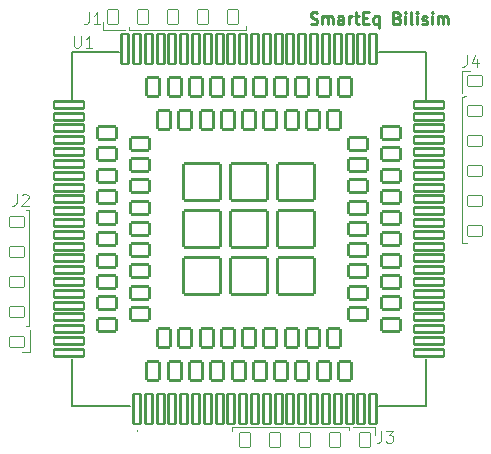
<source format=gto>
%TF.GenerationSoftware,KiCad,Pcbnew,7.99.0-2677-g3cd60007c5*%
%TF.CreationDate,2023-11-18T11:29:50+03:00*%
%TF.ProjectId,Movita Pro V2_1,4d6f7669-7461-4205-9072-6f2056325f31,rev?*%
%TF.SameCoordinates,Original*%
%TF.FileFunction,Legend,Top*%
%TF.FilePolarity,Positive*%
%FSLAX46Y46*%
G04 Gerber Fmt 4.6, Leading zero omitted, Abs format (unit mm)*
G04 Created by KiCad (PCBNEW 7.99.0-2677-g3cd60007c5) date 2023-11-18 11:29:50*
%MOMM*%
%LPD*%
G01*
G04 APERTURE LIST*
G04 Aperture macros list*
%AMRoundRect*
0 Rectangle with rounded corners*
0 $1 Rounding radius*
0 $2 $3 $4 $5 $6 $7 $8 $9 X,Y pos of 4 corners*
0 Add a 4 corners polygon primitive as box body*
4,1,4,$2,$3,$4,$5,$6,$7,$8,$9,$2,$3,0*
0 Add four circle primitives for the rounded corners*
1,1,$1+$1,$2,$3*
1,1,$1+$1,$4,$5*
1,1,$1+$1,$6,$7*
1,1,$1+$1,$8,$9*
0 Add four rect primitives between the rounded corners*
20,1,$1+$1,$2,$3,$4,$5,0*
20,1,$1+$1,$4,$5,$6,$7,0*
20,1,$1+$1,$6,$7,$8,$9,0*
20,1,$1+$1,$8,$9,$2,$3,0*%
G04 Aperture macros list end*
%ADD10C,0.250000*%
%ADD11C,0.100000*%
%ADD12C,0.200000*%
%ADD13C,0.120000*%
%ADD14RoundRect,0.101600X-0.300000X-1.250000X0.300000X-1.250000X0.300000X1.250000X-0.300000X1.250000X0*%
%ADD15RoundRect,0.101600X1.250000X-0.300000X1.250000X0.300000X-1.250000X0.300000X-1.250000X-0.300000X0*%
%ADD16RoundRect,0.101600X-0.550000X-0.800000X0.550000X-0.800000X0.550000X0.800000X-0.550000X0.800000X0*%
%ADD17RoundRect,0.101600X0.800000X-0.550000X0.800000X0.550000X-0.800000X0.550000X-0.800000X-0.550000X0*%
%ADD18RoundRect,0.101600X-1.550000X-1.550000X1.550000X-1.550000X1.550000X1.550000X-1.550000X1.550000X0*%
%ADD19RoundRect,0.040000X0.625000X0.425000X-0.625000X0.425000X-0.625000X-0.425000X0.625000X-0.425000X0*%
%ADD20RoundRect,0.040000X-0.425000X0.625000X-0.425000X-0.625000X0.425000X-0.625000X0.425000X0.625000X0*%
%ADD21RoundRect,0.040000X-0.625000X-0.425000X0.625000X-0.425000X0.625000X0.425000X-0.625000X0.425000X0*%
%ADD22RoundRect,0.040000X0.425000X-0.625000X0.425000X0.625000X-0.425000X0.625000X-0.425000X-0.625000X0*%
G04 APERTURE END LIST*
D10*
X154005049Y-87643370D02*
X154147906Y-87690989D01*
X154147906Y-87690989D02*
X154386001Y-87690989D01*
X154386001Y-87690989D02*
X154481239Y-87643370D01*
X154481239Y-87643370D02*
X154528858Y-87595750D01*
X154528858Y-87595750D02*
X154576477Y-87500512D01*
X154576477Y-87500512D02*
X154576477Y-87405274D01*
X154576477Y-87405274D02*
X154528858Y-87310036D01*
X154528858Y-87310036D02*
X154481239Y-87262417D01*
X154481239Y-87262417D02*
X154386001Y-87214798D01*
X154386001Y-87214798D02*
X154195525Y-87167179D01*
X154195525Y-87167179D02*
X154100287Y-87119560D01*
X154100287Y-87119560D02*
X154052668Y-87071941D01*
X154052668Y-87071941D02*
X154005049Y-86976703D01*
X154005049Y-86976703D02*
X154005049Y-86881465D01*
X154005049Y-86881465D02*
X154052668Y-86786227D01*
X154052668Y-86786227D02*
X154100287Y-86738608D01*
X154100287Y-86738608D02*
X154195525Y-86690989D01*
X154195525Y-86690989D02*
X154433620Y-86690989D01*
X154433620Y-86690989D02*
X154576477Y-86738608D01*
X155005049Y-87690989D02*
X155005049Y-87024322D01*
X155005049Y-87119560D02*
X155052668Y-87071941D01*
X155052668Y-87071941D02*
X155147906Y-87024322D01*
X155147906Y-87024322D02*
X155290763Y-87024322D01*
X155290763Y-87024322D02*
X155386001Y-87071941D01*
X155386001Y-87071941D02*
X155433620Y-87167179D01*
X155433620Y-87167179D02*
X155433620Y-87690989D01*
X155433620Y-87167179D02*
X155481239Y-87071941D01*
X155481239Y-87071941D02*
X155576477Y-87024322D01*
X155576477Y-87024322D02*
X155719334Y-87024322D01*
X155719334Y-87024322D02*
X155814573Y-87071941D01*
X155814573Y-87071941D02*
X155862192Y-87167179D01*
X155862192Y-87167179D02*
X155862192Y-87690989D01*
X156766953Y-87690989D02*
X156766953Y-87167179D01*
X156766953Y-87167179D02*
X156719334Y-87071941D01*
X156719334Y-87071941D02*
X156624096Y-87024322D01*
X156624096Y-87024322D02*
X156433620Y-87024322D01*
X156433620Y-87024322D02*
X156338382Y-87071941D01*
X156766953Y-87643370D02*
X156671715Y-87690989D01*
X156671715Y-87690989D02*
X156433620Y-87690989D01*
X156433620Y-87690989D02*
X156338382Y-87643370D01*
X156338382Y-87643370D02*
X156290763Y-87548131D01*
X156290763Y-87548131D02*
X156290763Y-87452893D01*
X156290763Y-87452893D02*
X156338382Y-87357655D01*
X156338382Y-87357655D02*
X156433620Y-87310036D01*
X156433620Y-87310036D02*
X156671715Y-87310036D01*
X156671715Y-87310036D02*
X156766953Y-87262417D01*
X157243144Y-87690989D02*
X157243144Y-87024322D01*
X157243144Y-87214798D02*
X157290763Y-87119560D01*
X157290763Y-87119560D02*
X157338382Y-87071941D01*
X157338382Y-87071941D02*
X157433620Y-87024322D01*
X157433620Y-87024322D02*
X157528858Y-87024322D01*
X157719335Y-87024322D02*
X158100287Y-87024322D01*
X157862192Y-86690989D02*
X157862192Y-87548131D01*
X157862192Y-87548131D02*
X157909811Y-87643370D01*
X157909811Y-87643370D02*
X158005049Y-87690989D01*
X158005049Y-87690989D02*
X158100287Y-87690989D01*
X158433621Y-87167179D02*
X158766954Y-87167179D01*
X158909811Y-87690989D02*
X158433621Y-87690989D01*
X158433621Y-87690989D02*
X158433621Y-86690989D01*
X158433621Y-86690989D02*
X158909811Y-86690989D01*
X159766954Y-87024322D02*
X159766954Y-88024322D01*
X159766954Y-87643370D02*
X159671716Y-87690989D01*
X159671716Y-87690989D02*
X159481240Y-87690989D01*
X159481240Y-87690989D02*
X159386002Y-87643370D01*
X159386002Y-87643370D02*
X159338383Y-87595750D01*
X159338383Y-87595750D02*
X159290764Y-87500512D01*
X159290764Y-87500512D02*
X159290764Y-87214798D01*
X159290764Y-87214798D02*
X159338383Y-87119560D01*
X159338383Y-87119560D02*
X159386002Y-87071941D01*
X159386002Y-87071941D02*
X159481240Y-87024322D01*
X159481240Y-87024322D02*
X159671716Y-87024322D01*
X159671716Y-87024322D02*
X159766954Y-87071941D01*
X161338383Y-87167179D02*
X161481240Y-87214798D01*
X161481240Y-87214798D02*
X161528859Y-87262417D01*
X161528859Y-87262417D02*
X161576478Y-87357655D01*
X161576478Y-87357655D02*
X161576478Y-87500512D01*
X161576478Y-87500512D02*
X161528859Y-87595750D01*
X161528859Y-87595750D02*
X161481240Y-87643370D01*
X161481240Y-87643370D02*
X161386002Y-87690989D01*
X161386002Y-87690989D02*
X161005050Y-87690989D01*
X161005050Y-87690989D02*
X161005050Y-86690989D01*
X161005050Y-86690989D02*
X161338383Y-86690989D01*
X161338383Y-86690989D02*
X161433621Y-86738608D01*
X161433621Y-86738608D02*
X161481240Y-86786227D01*
X161481240Y-86786227D02*
X161528859Y-86881465D01*
X161528859Y-86881465D02*
X161528859Y-86976703D01*
X161528859Y-86976703D02*
X161481240Y-87071941D01*
X161481240Y-87071941D02*
X161433621Y-87119560D01*
X161433621Y-87119560D02*
X161338383Y-87167179D01*
X161338383Y-87167179D02*
X161005050Y-87167179D01*
X162005050Y-87690989D02*
X162005050Y-87024322D01*
X162005050Y-86690989D02*
X161957431Y-86738608D01*
X161957431Y-86738608D02*
X162005050Y-86786227D01*
X162005050Y-86786227D02*
X162052669Y-86738608D01*
X162052669Y-86738608D02*
X162005050Y-86690989D01*
X162005050Y-86690989D02*
X162005050Y-86786227D01*
X162624097Y-87690989D02*
X162528859Y-87643370D01*
X162528859Y-87643370D02*
X162481240Y-87548131D01*
X162481240Y-87548131D02*
X162481240Y-86690989D01*
X163005050Y-87690989D02*
X163005050Y-87024322D01*
X163005050Y-86690989D02*
X162957431Y-86738608D01*
X162957431Y-86738608D02*
X163005050Y-86786227D01*
X163005050Y-86786227D02*
X163052669Y-86738608D01*
X163052669Y-86738608D02*
X163005050Y-86690989D01*
X163005050Y-86690989D02*
X163005050Y-86786227D01*
X163433621Y-87643370D02*
X163528859Y-87690989D01*
X163528859Y-87690989D02*
X163719335Y-87690989D01*
X163719335Y-87690989D02*
X163814573Y-87643370D01*
X163814573Y-87643370D02*
X163862192Y-87548131D01*
X163862192Y-87548131D02*
X163862192Y-87500512D01*
X163862192Y-87500512D02*
X163814573Y-87405274D01*
X163814573Y-87405274D02*
X163719335Y-87357655D01*
X163719335Y-87357655D02*
X163576478Y-87357655D01*
X163576478Y-87357655D02*
X163481240Y-87310036D01*
X163481240Y-87310036D02*
X163433621Y-87214798D01*
X163433621Y-87214798D02*
X163433621Y-87167179D01*
X163433621Y-87167179D02*
X163481240Y-87071941D01*
X163481240Y-87071941D02*
X163576478Y-87024322D01*
X163576478Y-87024322D02*
X163719335Y-87024322D01*
X163719335Y-87024322D02*
X163814573Y-87071941D01*
X164290764Y-87690989D02*
X164290764Y-87024322D01*
X164290764Y-86690989D02*
X164243145Y-86738608D01*
X164243145Y-86738608D02*
X164290764Y-86786227D01*
X164290764Y-86786227D02*
X164338383Y-86738608D01*
X164338383Y-86738608D02*
X164290764Y-86690989D01*
X164290764Y-86690989D02*
X164290764Y-86786227D01*
X164766954Y-87690989D02*
X164766954Y-87024322D01*
X164766954Y-87119560D02*
X164814573Y-87071941D01*
X164814573Y-87071941D02*
X164909811Y-87024322D01*
X164909811Y-87024322D02*
X165052668Y-87024322D01*
X165052668Y-87024322D02*
X165147906Y-87071941D01*
X165147906Y-87071941D02*
X165195525Y-87167179D01*
X165195525Y-87167179D02*
X165195525Y-87690989D01*
X165195525Y-87167179D02*
X165243144Y-87071941D01*
X165243144Y-87071941D02*
X165338382Y-87024322D01*
X165338382Y-87024322D02*
X165481239Y-87024322D01*
X165481239Y-87024322D02*
X165576478Y-87071941D01*
X165576478Y-87071941D02*
X165624097Y-87167179D01*
X165624097Y-87167179D02*
X165624097Y-87690989D01*
D11*
X133954195Y-88671019D02*
X133954195Y-89480542D01*
X133954195Y-89480542D02*
X134001814Y-89575780D01*
X134001814Y-89575780D02*
X134049433Y-89623400D01*
X134049433Y-89623400D02*
X134144671Y-89671019D01*
X134144671Y-89671019D02*
X134335147Y-89671019D01*
X134335147Y-89671019D02*
X134430385Y-89623400D01*
X134430385Y-89623400D02*
X134478004Y-89575780D01*
X134478004Y-89575780D02*
X134525623Y-89480542D01*
X134525623Y-89480542D02*
X134525623Y-88671019D01*
X135525623Y-89671019D02*
X134954195Y-89671019D01*
X135239909Y-89671019D02*
X135239909Y-88671019D01*
X135239909Y-88671019D02*
X135144671Y-88813876D01*
X135144671Y-88813876D02*
X135049433Y-88909114D01*
X135049433Y-88909114D02*
X134954195Y-88956733D01*
X167212766Y-90321019D02*
X167212766Y-91035304D01*
X167212766Y-91035304D02*
X167165147Y-91178161D01*
X167165147Y-91178161D02*
X167069909Y-91273400D01*
X167069909Y-91273400D02*
X166927052Y-91321019D01*
X166927052Y-91321019D02*
X166831814Y-91321019D01*
X168117528Y-90654352D02*
X168117528Y-91321019D01*
X167879433Y-90273400D02*
X167641338Y-90987685D01*
X167641338Y-90987685D02*
X168260385Y-90987685D01*
X135202766Y-86701019D02*
X135202766Y-87415304D01*
X135202766Y-87415304D02*
X135155147Y-87558161D01*
X135155147Y-87558161D02*
X135059909Y-87653400D01*
X135059909Y-87653400D02*
X134917052Y-87701019D01*
X134917052Y-87701019D02*
X134821814Y-87701019D01*
X136202766Y-87701019D02*
X135631338Y-87701019D01*
X135917052Y-87701019D02*
X135917052Y-86701019D01*
X135917052Y-86701019D02*
X135821814Y-86843876D01*
X135821814Y-86843876D02*
X135726576Y-86939114D01*
X135726576Y-86939114D02*
X135631338Y-86986733D01*
X129122766Y-102071019D02*
X129122766Y-102785304D01*
X129122766Y-102785304D02*
X129075147Y-102928161D01*
X129075147Y-102928161D02*
X128979909Y-103023400D01*
X128979909Y-103023400D02*
X128837052Y-103071019D01*
X128837052Y-103071019D02*
X128741814Y-103071019D01*
X129551338Y-102166257D02*
X129598957Y-102118638D01*
X129598957Y-102118638D02*
X129694195Y-102071019D01*
X129694195Y-102071019D02*
X129932290Y-102071019D01*
X129932290Y-102071019D02*
X130027528Y-102118638D01*
X130027528Y-102118638D02*
X130075147Y-102166257D01*
X130075147Y-102166257D02*
X130122766Y-102261495D01*
X130122766Y-102261495D02*
X130122766Y-102356733D01*
X130122766Y-102356733D02*
X130075147Y-102499590D01*
X130075147Y-102499590D02*
X129503719Y-103071019D01*
X129503719Y-103071019D02*
X130122766Y-103071019D01*
X159992766Y-122121019D02*
X159992766Y-122835304D01*
X159992766Y-122835304D02*
X159945147Y-122978161D01*
X159945147Y-122978161D02*
X159849909Y-123073400D01*
X159849909Y-123073400D02*
X159707052Y-123121019D01*
X159707052Y-123121019D02*
X159611814Y-123121019D01*
X160373719Y-122121019D02*
X160992766Y-122121019D01*
X160992766Y-122121019D02*
X160659433Y-122501971D01*
X160659433Y-122501971D02*
X160802290Y-122501971D01*
X160802290Y-122501971D02*
X160897528Y-122549590D01*
X160897528Y-122549590D02*
X160945147Y-122597209D01*
X160945147Y-122597209D02*
X160992766Y-122692447D01*
X160992766Y-122692447D02*
X160992766Y-122930542D01*
X160992766Y-122930542D02*
X160945147Y-123025780D01*
X160945147Y-123025780D02*
X160897528Y-123073400D01*
X160897528Y-123073400D02*
X160802290Y-123121019D01*
X160802290Y-123121019D02*
X160516576Y-123121019D01*
X160516576Y-123121019D02*
X160421338Y-123073400D01*
X160421338Y-123073400D02*
X160373719Y-123025780D01*
D12*
%TO.C,U1*%
X133796100Y-90023600D02*
X133796100Y-94023600D01*
X133796100Y-120023600D02*
X133796100Y-116023600D01*
X137796100Y-90023600D02*
X133796100Y-90023600D01*
X138696100Y-120023600D02*
X133796100Y-120023600D01*
D11*
X139296100Y-122023600D02*
X139296100Y-122023600D01*
X139296100Y-122123600D02*
X139296100Y-122123600D01*
D12*
X159796100Y-120023600D02*
X163796100Y-120023600D01*
X163796100Y-90023600D02*
X159796100Y-90023600D01*
X163796100Y-94023600D02*
X163796100Y-90023600D01*
X163796100Y-120023600D02*
X163796100Y-116023600D01*
D11*
X139296100Y-122023600D02*
G75*
G02*
X139296100Y-122123600I0J-50000D01*
G01*
X139296100Y-122123600D02*
G75*
G02*
X139296100Y-122023600I0J50000D01*
G01*
D13*
%TO.C,J4*%
X166780846Y-91658600D02*
X167475846Y-91658600D01*
X166781100Y-93493600D02*
X166780846Y-91658600D01*
X166826460Y-93818808D02*
X167135740Y-93818392D01*
X166846957Y-93818809D02*
X166851529Y-106183600D01*
X166851529Y-106183600D02*
X167260672Y-106183600D01*
%TO.C,J1*%
X136461100Y-88228854D02*
X136461100Y-87533854D01*
X138296100Y-88228600D02*
X136461100Y-88228854D01*
X138621308Y-88183240D02*
X138620892Y-87913600D01*
X138621308Y-88183240D02*
X148486100Y-88178853D01*
X148511100Y-88178853D02*
X148511100Y-87878346D01*
%TO.C,J2*%
X130171353Y-103388600D02*
X129870846Y-103388600D01*
X130175740Y-113278392D02*
X129906100Y-113278808D01*
X130175740Y-113278392D02*
X130171353Y-103413600D01*
X130221100Y-113603600D02*
X130221354Y-115438600D01*
X130221354Y-115438600D02*
X129526354Y-115438600D01*
%TO.C,J3*%
X147371100Y-121828347D02*
X147371100Y-122128854D01*
X157260892Y-121823960D02*
X147396100Y-121828347D01*
X157260892Y-121823960D02*
X157261308Y-122093600D01*
X157586100Y-121778600D02*
X159421100Y-121778346D01*
X159421100Y-121778346D02*
X159421100Y-122473346D01*
%TD*%
%LPC*%
D14*
%TO.C,U1*%
X139296100Y-120273600D03*
X140296100Y-120273600D03*
X141296100Y-120273600D03*
X142296100Y-120273600D03*
X143296100Y-120273600D03*
X144296100Y-120273600D03*
X145296100Y-120273600D03*
X146296100Y-120273600D03*
X147296100Y-120273600D03*
X148296100Y-120273600D03*
X149296100Y-120273600D03*
X150296100Y-120273600D03*
X151296100Y-120273600D03*
X152296100Y-120273600D03*
X153296100Y-120273600D03*
X154296100Y-120273600D03*
X155296100Y-120273600D03*
X156296100Y-120273600D03*
X157296100Y-120273600D03*
X158296100Y-120273600D03*
D15*
X164046100Y-114523600D03*
X164046100Y-113523600D03*
X164046100Y-112523600D03*
X164046100Y-111523600D03*
X164046100Y-110523600D03*
X164046100Y-109523600D03*
X164046100Y-108523600D03*
X164046100Y-107523600D03*
X164046100Y-106523600D03*
X164046100Y-105523600D03*
X164046100Y-104523600D03*
X164046100Y-103523600D03*
X164046100Y-102523600D03*
X164046100Y-101523600D03*
X164046100Y-100523600D03*
X164046100Y-99523600D03*
X164046100Y-98523600D03*
X164046100Y-97523600D03*
X164046100Y-96523600D03*
X164046100Y-95523600D03*
D14*
X158296100Y-89773600D03*
X157296100Y-89773600D03*
X156296100Y-89773600D03*
X155296100Y-89773600D03*
X154296100Y-89773600D03*
X153296100Y-89773600D03*
X152296100Y-89773600D03*
X151296100Y-89773600D03*
X150296100Y-89773600D03*
X149296100Y-89773600D03*
X148296100Y-89773600D03*
X147296100Y-89773600D03*
X146296100Y-89773600D03*
X145296100Y-89773600D03*
X144296100Y-89773600D03*
X143296100Y-89773600D03*
X142296100Y-89773600D03*
X141296100Y-89773600D03*
X140296100Y-89773600D03*
X139296100Y-89773600D03*
D15*
X133546100Y-95523600D03*
X133546100Y-96523600D03*
X133546100Y-97523600D03*
X133546100Y-98523600D03*
X133546100Y-99523600D03*
X133546100Y-100523600D03*
X133546100Y-101523600D03*
X133546100Y-102523600D03*
X133546100Y-103523600D03*
X133546100Y-104523600D03*
X133546100Y-105523600D03*
X133546100Y-106523600D03*
X133546100Y-107523600D03*
X133546100Y-108523600D03*
X133546100Y-109523600D03*
X133546100Y-110523600D03*
X133546100Y-111523600D03*
X133546100Y-112523600D03*
X133546100Y-113523600D03*
X133546100Y-114523600D03*
D14*
X159296100Y-120273600D03*
X159296100Y-89773600D03*
D15*
X164046100Y-94523600D03*
X164046100Y-115523600D03*
D14*
X138296100Y-89773600D03*
D15*
X133546100Y-115523600D03*
X133546100Y-94523600D03*
D16*
X142496100Y-117023600D03*
X144296100Y-117023600D03*
X146096100Y-117023600D03*
X147896100Y-117023600D03*
X149696100Y-117023600D03*
X151496100Y-117023600D03*
X153296100Y-117023600D03*
X155096100Y-117023600D03*
D17*
X160796100Y-111323600D03*
X160796100Y-109523600D03*
X160796100Y-107723600D03*
X160796100Y-105923600D03*
X160796100Y-104123600D03*
X160796100Y-102323600D03*
X160796100Y-100523600D03*
X160796100Y-98723600D03*
D16*
X155096100Y-93023600D03*
X153296100Y-93023600D03*
X151496100Y-93023600D03*
X149696100Y-93023600D03*
X147896100Y-93023600D03*
X146096100Y-93023600D03*
X144296100Y-93023600D03*
X142496100Y-93023600D03*
D17*
X136796100Y-98723600D03*
X136796100Y-100523600D03*
X136796100Y-102323600D03*
X136796100Y-104123600D03*
X136796100Y-105923600D03*
X136796100Y-107723600D03*
X136796100Y-109523600D03*
X136796100Y-111323600D03*
D16*
X140696100Y-117023600D03*
X156896100Y-117023600D03*
D17*
X160796100Y-113123600D03*
X160796100Y-96923600D03*
D16*
X156896100Y-93023600D03*
X140696100Y-93023600D03*
D17*
X136796100Y-96923600D03*
X136796100Y-113123600D03*
D16*
X141596100Y-114273600D03*
X143396100Y-114273600D03*
X145196100Y-114273600D03*
X146996100Y-114273600D03*
X148796100Y-114273600D03*
X150596100Y-114273600D03*
X152396100Y-114273600D03*
X154196100Y-114273600D03*
X155996100Y-114273600D03*
D17*
X158046100Y-112223600D03*
X158046100Y-110423600D03*
X158046100Y-108623600D03*
X158046100Y-106823600D03*
X158046100Y-105023600D03*
X158046100Y-103223600D03*
X158046100Y-101423600D03*
X158046100Y-99623600D03*
X158046100Y-97823600D03*
D16*
X155996100Y-95773600D03*
X154196100Y-95773600D03*
X152396100Y-95773600D03*
X150596100Y-95773600D03*
X148796100Y-95773600D03*
X146996100Y-95773600D03*
X145196100Y-95773600D03*
X143396100Y-95773600D03*
X141596100Y-95773600D03*
D17*
X139546100Y-97823600D03*
X139546100Y-99623600D03*
X139546100Y-101423600D03*
X139546100Y-103223600D03*
X139546100Y-105023600D03*
X139546100Y-106823600D03*
X139546100Y-108623600D03*
X139546100Y-110423600D03*
X139546100Y-112223600D03*
D18*
X144796100Y-109023600D03*
X148796100Y-109023600D03*
X152796100Y-109023600D03*
X152796100Y-105023600D03*
X152796100Y-101023600D03*
X148796100Y-101023600D03*
X144796100Y-101023600D03*
X144796100Y-105023600D03*
X148796100Y-105023600D03*
%TD*%
D19*
%TO.C,J4*%
X167881100Y-105183600D03*
X167881100Y-102643600D03*
X167881100Y-100103600D03*
X167881100Y-97563600D03*
X167881100Y-95023600D03*
X167881100Y-92483600D03*
%TD*%
D20*
%TO.C,J1*%
X147446100Y-87128600D03*
X144906100Y-87128600D03*
X142366100Y-87128600D03*
X139826100Y-87128600D03*
X137286100Y-87128600D03*
%TD*%
D21*
%TO.C,J2*%
X129121100Y-104453600D03*
X129121100Y-106993600D03*
X129121100Y-109533600D03*
X129121100Y-112073600D03*
X129121100Y-114613600D03*
%TD*%
D22*
%TO.C,J3*%
X148436100Y-122878600D03*
X150976100Y-122878600D03*
X153516100Y-122878600D03*
X156056100Y-122878600D03*
X158596100Y-122878600D03*
%TD*%
%LPD*%
M02*

</source>
